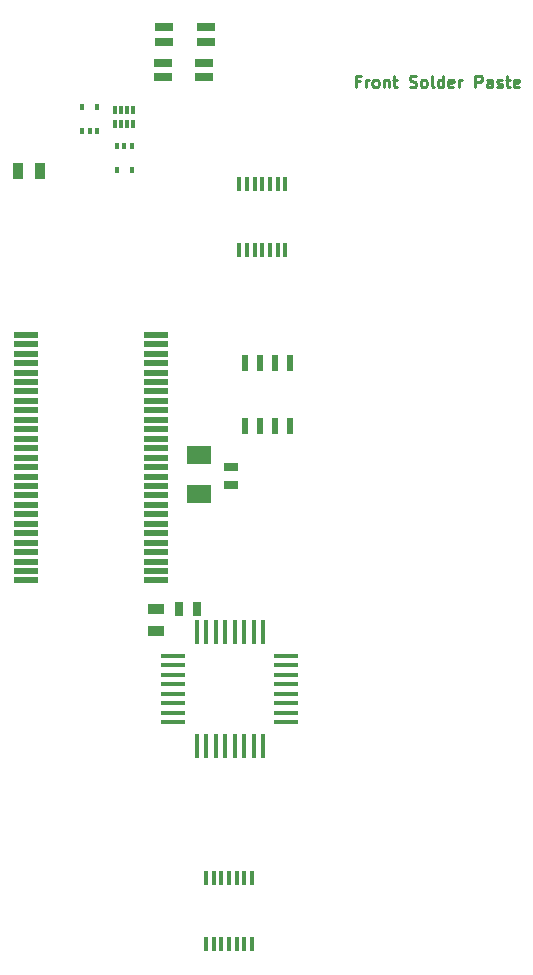
<source format=gtp>
G04 (created by PCBNEW (2013-mar-13)-testing) date Fri 03 May 2013 14:03:15 BST*
%MOIN*%
G04 Gerber Fmt 3.4, Leading zero omitted, Abs format*
%FSLAX34Y34*%
G01*
G70*
G90*
G04 APERTURE LIST*
%ADD10C,0.006*%
%ADD11C,0.00984252*%
%ADD12R,0.0590551X0.0314961*%
%ADD13R,0.0118X0.0256*%
%ADD14R,0.08X0.06*%
%ADD15R,0.035X0.055*%
%ADD16R,0.045X0.025*%
%ADD17R,0.025X0.045*%
%ADD18R,0.0787X0.0236*%
%ADD19R,0.0118X0.0512*%
%ADD20R,0.0787X0.0177*%
%ADD21R,0.0177X0.0787*%
%ADD22R,0.012X0.02*%
%ADD23R,0.055X0.035*%
%ADD24R,0.0236X0.0551*%
G04 APERTURE END LIST*
G54D10*
G54D11*
X23082Y-27088D02*
X22950Y-27088D01*
X22950Y-27294D02*
X22950Y-26900D01*
X23138Y-26900D01*
X23288Y-27294D02*
X23288Y-27031D01*
X23288Y-27106D02*
X23307Y-27069D01*
X23325Y-27050D01*
X23363Y-27031D01*
X23400Y-27031D01*
X23588Y-27294D02*
X23550Y-27275D01*
X23532Y-27256D01*
X23513Y-27219D01*
X23513Y-27106D01*
X23532Y-27069D01*
X23550Y-27050D01*
X23588Y-27031D01*
X23644Y-27031D01*
X23682Y-27050D01*
X23700Y-27069D01*
X23719Y-27106D01*
X23719Y-27219D01*
X23700Y-27256D01*
X23682Y-27275D01*
X23644Y-27294D01*
X23588Y-27294D01*
X23888Y-27031D02*
X23888Y-27294D01*
X23888Y-27069D02*
X23907Y-27050D01*
X23944Y-27031D01*
X24000Y-27031D01*
X24038Y-27050D01*
X24056Y-27088D01*
X24056Y-27294D01*
X24188Y-27031D02*
X24338Y-27031D01*
X24244Y-26900D02*
X24244Y-27238D01*
X24263Y-27275D01*
X24300Y-27294D01*
X24338Y-27294D01*
X24750Y-27275D02*
X24806Y-27294D01*
X24900Y-27294D01*
X24938Y-27275D01*
X24956Y-27256D01*
X24975Y-27219D01*
X24975Y-27181D01*
X24956Y-27144D01*
X24938Y-27125D01*
X24900Y-27106D01*
X24825Y-27088D01*
X24788Y-27069D01*
X24769Y-27050D01*
X24750Y-27013D01*
X24750Y-26975D01*
X24769Y-26938D01*
X24788Y-26919D01*
X24825Y-26900D01*
X24919Y-26900D01*
X24975Y-26919D01*
X25200Y-27294D02*
X25163Y-27275D01*
X25144Y-27256D01*
X25125Y-27219D01*
X25125Y-27106D01*
X25144Y-27069D01*
X25163Y-27050D01*
X25200Y-27031D01*
X25256Y-27031D01*
X25294Y-27050D01*
X25313Y-27069D01*
X25331Y-27106D01*
X25331Y-27219D01*
X25313Y-27256D01*
X25294Y-27275D01*
X25256Y-27294D01*
X25200Y-27294D01*
X25556Y-27294D02*
X25519Y-27275D01*
X25500Y-27238D01*
X25500Y-26900D01*
X25875Y-27294D02*
X25875Y-26900D01*
X25875Y-27275D02*
X25838Y-27294D01*
X25763Y-27294D01*
X25725Y-27275D01*
X25706Y-27256D01*
X25688Y-27219D01*
X25688Y-27106D01*
X25706Y-27069D01*
X25725Y-27050D01*
X25763Y-27031D01*
X25838Y-27031D01*
X25875Y-27050D01*
X26212Y-27275D02*
X26175Y-27294D01*
X26100Y-27294D01*
X26062Y-27275D01*
X26044Y-27238D01*
X26044Y-27088D01*
X26062Y-27050D01*
X26100Y-27031D01*
X26175Y-27031D01*
X26212Y-27050D01*
X26231Y-27088D01*
X26231Y-27125D01*
X26044Y-27163D01*
X26400Y-27294D02*
X26400Y-27031D01*
X26400Y-27106D02*
X26419Y-27069D01*
X26437Y-27050D01*
X26475Y-27031D01*
X26512Y-27031D01*
X26944Y-27294D02*
X26944Y-26900D01*
X27094Y-26900D01*
X27131Y-26919D01*
X27150Y-26938D01*
X27169Y-26975D01*
X27169Y-27031D01*
X27150Y-27069D01*
X27131Y-27088D01*
X27094Y-27106D01*
X26944Y-27106D01*
X27506Y-27294D02*
X27506Y-27088D01*
X27487Y-27050D01*
X27450Y-27031D01*
X27375Y-27031D01*
X27337Y-27050D01*
X27506Y-27275D02*
X27469Y-27294D01*
X27375Y-27294D01*
X27337Y-27275D01*
X27319Y-27238D01*
X27319Y-27200D01*
X27337Y-27163D01*
X27375Y-27144D01*
X27469Y-27144D01*
X27506Y-27125D01*
X27675Y-27275D02*
X27712Y-27294D01*
X27787Y-27294D01*
X27825Y-27275D01*
X27844Y-27238D01*
X27844Y-27219D01*
X27825Y-27181D01*
X27787Y-27163D01*
X27731Y-27163D01*
X27694Y-27144D01*
X27675Y-27106D01*
X27675Y-27088D01*
X27694Y-27050D01*
X27731Y-27031D01*
X27787Y-27031D01*
X27825Y-27050D01*
X27956Y-27031D02*
X28106Y-27031D01*
X28012Y-26900D02*
X28012Y-27238D01*
X28031Y-27275D01*
X28068Y-27294D01*
X28106Y-27294D01*
X28387Y-27275D02*
X28350Y-27294D01*
X28275Y-27294D01*
X28237Y-27275D01*
X28218Y-27238D01*
X28218Y-27088D01*
X28237Y-27050D01*
X28275Y-27031D01*
X28350Y-27031D01*
X28387Y-27050D01*
X28406Y-27088D01*
X28406Y-27125D01*
X28218Y-27163D01*
G54D12*
X16574Y-25295D03*
X16574Y-25767D03*
X17952Y-25767D03*
X17952Y-25295D03*
G54D13*
X15535Y-28051D03*
X15338Y-28051D03*
X15141Y-28051D03*
X14944Y-28051D03*
X14944Y-28504D03*
X15141Y-28504D03*
X15338Y-28504D03*
X15535Y-28504D03*
G54D14*
X17736Y-39537D03*
X17736Y-40837D03*
G54D15*
X11695Y-30070D03*
X12445Y-30070D03*
G54D16*
X18809Y-39955D03*
X18809Y-40555D03*
G54D17*
X17674Y-44673D03*
X17074Y-44673D03*
G54D18*
X16302Y-43727D03*
X16302Y-43412D03*
X16302Y-43097D03*
X16302Y-42782D03*
X16302Y-42467D03*
X16302Y-42152D03*
X16302Y-41837D03*
X16302Y-41522D03*
X16302Y-41207D03*
X16302Y-40892D03*
X16302Y-40577D03*
X16302Y-40262D03*
X16302Y-39947D03*
X16302Y-39633D03*
X16302Y-39318D03*
X16302Y-39003D03*
X16302Y-38688D03*
X16302Y-38373D03*
X16302Y-38058D03*
X16302Y-37743D03*
X16302Y-37428D03*
X16302Y-37113D03*
X16302Y-36798D03*
X16302Y-36483D03*
X16302Y-36168D03*
X16302Y-35853D03*
X16302Y-35538D03*
X11971Y-35538D03*
X11971Y-35853D03*
X11971Y-36168D03*
X11971Y-36483D03*
X11971Y-36798D03*
X11971Y-37113D03*
X11971Y-37428D03*
X11971Y-37743D03*
X11971Y-38058D03*
X11971Y-38373D03*
X11971Y-38688D03*
X11971Y-39003D03*
X11971Y-39318D03*
X11971Y-39633D03*
X11971Y-39947D03*
X11971Y-40262D03*
X11971Y-40577D03*
X11971Y-40892D03*
X11971Y-41207D03*
X11971Y-41522D03*
X11971Y-41837D03*
X11971Y-42152D03*
X11971Y-42467D03*
X11971Y-42782D03*
X11971Y-43097D03*
X11971Y-43412D03*
X11971Y-43727D03*
G54D19*
X19496Y-53648D03*
X19246Y-53648D03*
X18986Y-53648D03*
X18736Y-53648D03*
X18476Y-53648D03*
X18221Y-53648D03*
X17966Y-53648D03*
X17966Y-55848D03*
X18221Y-55848D03*
X18476Y-55848D03*
X18736Y-55848D03*
X18991Y-55848D03*
X19246Y-55848D03*
X19501Y-55848D03*
X20602Y-30504D03*
X20352Y-30504D03*
X20092Y-30504D03*
X19842Y-30504D03*
X19582Y-30504D03*
X19327Y-30504D03*
X19072Y-30504D03*
X19072Y-32704D03*
X19327Y-32704D03*
X19582Y-32704D03*
X19842Y-32704D03*
X20097Y-32704D03*
X20352Y-32704D03*
X20607Y-32704D03*
G54D20*
X16879Y-48447D03*
X16879Y-48132D03*
X16879Y-47817D03*
X16879Y-47502D03*
X16879Y-47187D03*
X16879Y-46872D03*
X16879Y-46557D03*
X16879Y-46242D03*
X20645Y-46244D03*
X20645Y-48454D03*
X20645Y-48134D03*
X20645Y-47814D03*
X20645Y-47504D03*
X20645Y-47184D03*
X20645Y-46874D03*
X20645Y-46554D03*
G54D21*
X17663Y-45454D03*
X17977Y-45454D03*
X18293Y-45454D03*
X18607Y-45454D03*
X18923Y-45454D03*
X19237Y-45454D03*
X19553Y-45454D03*
X19867Y-45454D03*
X17665Y-49234D03*
X17975Y-49234D03*
X18295Y-49234D03*
X18605Y-49234D03*
X18915Y-49234D03*
X19235Y-49234D03*
X19555Y-49234D03*
X19875Y-49234D03*
G54D22*
X13836Y-28738D03*
X14336Y-28738D03*
X13836Y-27938D03*
X14086Y-28738D03*
X14336Y-27938D03*
X15482Y-29261D03*
X14982Y-29261D03*
X15482Y-30061D03*
X15232Y-29261D03*
X14982Y-30061D03*
G54D23*
X16303Y-45426D03*
X16303Y-44676D03*
G54D12*
X16531Y-26464D03*
X16531Y-26937D03*
X17909Y-26937D03*
X17909Y-26464D03*
G54D24*
X20769Y-38581D03*
X20769Y-36481D03*
X20269Y-38581D03*
X19769Y-38581D03*
X19269Y-38581D03*
X20269Y-36481D03*
X19769Y-36481D03*
X19269Y-36481D03*
M02*

</source>
